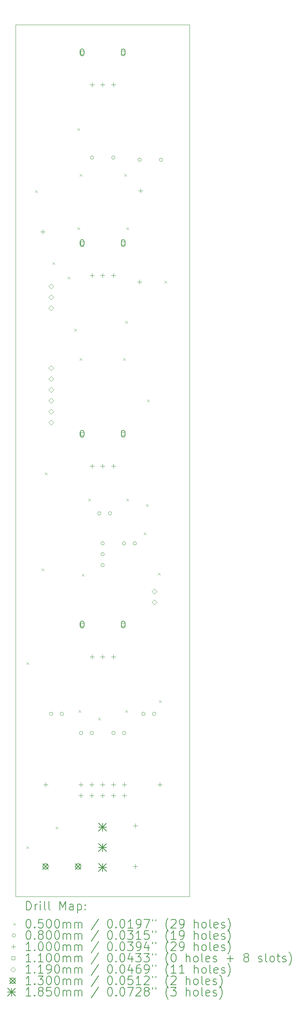
<source format=gbr>
%FSLAX45Y45*%
G04 Gerber Fmt 4.5, Leading zero omitted, Abs format (unit mm)*
G04 Created by KiCad (PCBNEW 6.0.5+dfsg-1~bpo11+1) date 2022-07-21 18:59:06*
%MOMM*%
%LPD*%
G01*
G04 APERTURE LIST*
%TA.AperFunction,Profile*%
%ADD10C,0.100000*%
%TD*%
%ADD11C,0.200000*%
%ADD12C,0.050000*%
%ADD13C,0.080000*%
%ADD14C,0.100000*%
%ADD15C,0.110000*%
%ADD16C,0.119000*%
%ADD17C,0.130000*%
%ADD18C,0.185000*%
G04 APERTURE END LIST*
D10*
X8382000Y-23559500D02*
X12446000Y-23559500D01*
X12446000Y-3239500D02*
X8382000Y-3239500D01*
X12446000Y-23559500D02*
X12446000Y-3239500D01*
X8382000Y-3239500D02*
X8382000Y-23559500D01*
D11*
D12*
X8636400Y-18098900D02*
X8686400Y-18148900D01*
X8686400Y-18098900D02*
X8636400Y-18148900D01*
X8636400Y-22391500D02*
X8686400Y-22441500D01*
X8686400Y-22391500D02*
X8636400Y-22441500D01*
X8839600Y-7100700D02*
X8889600Y-7150700D01*
X8889600Y-7100700D02*
X8839600Y-7150700D01*
X8992000Y-15914500D02*
X9042000Y-15964500D01*
X9042000Y-15914500D02*
X8992000Y-15964500D01*
X9068200Y-13679300D02*
X9118200Y-13729300D01*
X9118200Y-13679300D02*
X9068200Y-13729300D01*
X9246000Y-8777100D02*
X9296000Y-8827100D01*
X9296000Y-8777100D02*
X9246000Y-8827100D01*
X9322200Y-21934300D02*
X9372200Y-21984300D01*
X9372200Y-21934300D02*
X9322200Y-21984300D01*
X9601600Y-9120000D02*
X9651600Y-9170000D01*
X9651600Y-9120000D02*
X9601600Y-9170000D01*
X9754000Y-10326500D02*
X9804000Y-10376500D01*
X9804000Y-10326500D02*
X9754000Y-10376500D01*
X9830200Y-5652900D02*
X9880200Y-5702900D01*
X9880200Y-5652900D02*
X9830200Y-5702900D01*
X9830200Y-7964300D02*
X9880200Y-8014300D01*
X9880200Y-7964300D02*
X9830200Y-8014300D01*
X9855600Y-19216500D02*
X9905600Y-19266500D01*
X9905600Y-19216500D02*
X9855600Y-19266500D01*
X9881000Y-6719700D02*
X9931000Y-6769700D01*
X9931000Y-6719700D02*
X9881000Y-6769700D01*
X9881000Y-11012300D02*
X9931000Y-11062300D01*
X9931000Y-11012300D02*
X9881000Y-11062300D01*
X9931800Y-16041500D02*
X9981800Y-16091500D01*
X9981800Y-16041500D02*
X9931800Y-16091500D01*
X10084952Y-14289652D02*
X10134952Y-14339652D01*
X10134952Y-14289652D02*
X10084952Y-14339652D01*
X10312800Y-19394300D02*
X10362800Y-19444300D01*
X10362800Y-19394300D02*
X10312800Y-19444300D01*
X10897000Y-11012300D02*
X10947000Y-11062300D01*
X10947000Y-11012300D02*
X10897000Y-11062300D01*
X10922400Y-6719700D02*
X10972400Y-6769700D01*
X10972400Y-6719700D02*
X10922400Y-6769700D01*
X10947800Y-10148700D02*
X10997800Y-10198700D01*
X10997800Y-10148700D02*
X10947800Y-10198700D01*
X10947800Y-19216500D02*
X10997800Y-19266500D01*
X10997800Y-19216500D02*
X10947800Y-19266500D01*
X10973200Y-7964300D02*
X11023200Y-8014300D01*
X11023200Y-7964300D02*
X10973200Y-8014300D01*
X10973200Y-14288900D02*
X11023200Y-14338900D01*
X11023200Y-14288900D02*
X10973200Y-14338900D01*
X11379600Y-15076300D02*
X11429600Y-15126300D01*
X11429600Y-15076300D02*
X11379600Y-15126300D01*
X11430400Y-14415900D02*
X11480400Y-14465900D01*
X11480400Y-14415900D02*
X11430400Y-14465900D01*
X11455800Y-11977500D02*
X11505800Y-12027500D01*
X11505800Y-11977500D02*
X11455800Y-12027500D01*
X11709800Y-16016100D02*
X11759800Y-16066100D01*
X11759800Y-16016100D02*
X11709800Y-16066100D01*
X11735200Y-18987900D02*
X11785200Y-19037900D01*
X11785200Y-18987900D02*
X11735200Y-19037900D01*
X11862200Y-9208900D02*
X11912200Y-9258900D01*
X11912200Y-9208900D02*
X11862200Y-9258900D01*
D13*
X9251500Y-19305000D02*
G75*
G03*
X9251500Y-19305000I-40000J0D01*
G01*
X9501500Y-19305000D02*
G75*
G03*
X9501500Y-19305000I-40000J0D01*
G01*
X9950000Y-19749500D02*
G75*
G03*
X9950000Y-19749500I-40000J0D01*
G01*
X10200000Y-19749500D02*
G75*
G03*
X10200000Y-19749500I-40000J0D01*
G01*
X10204000Y-6338300D02*
G75*
G03*
X10204000Y-6338300I-40000J0D01*
G01*
X10375962Y-14631400D02*
G75*
G03*
X10375962Y-14631400I-40000J0D01*
G01*
X10454000Y-15329900D02*
G75*
G03*
X10454000Y-15329900I-40000J0D01*
G01*
X10454000Y-15583900D02*
G75*
G03*
X10454000Y-15583900I-40000J0D01*
G01*
X10454000Y-15837900D02*
G75*
G03*
X10454000Y-15837900I-40000J0D01*
G01*
X10625962Y-14631400D02*
G75*
G03*
X10625962Y-14631400I-40000J0D01*
G01*
X10704000Y-6338300D02*
G75*
G03*
X10704000Y-6338300I-40000J0D01*
G01*
X10708000Y-19749500D02*
G75*
G03*
X10708000Y-19749500I-40000J0D01*
G01*
X10955400Y-15329900D02*
G75*
G03*
X10955400Y-15329900I-40000J0D01*
G01*
X10958000Y-19749500D02*
G75*
G03*
X10958000Y-19749500I-40000J0D01*
G01*
X11205400Y-15329900D02*
G75*
G03*
X11205400Y-15329900I-40000J0D01*
G01*
X11317600Y-6389100D02*
G75*
G03*
X11317600Y-6389100I-40000J0D01*
G01*
X11406500Y-19305000D02*
G75*
G03*
X11406500Y-19305000I-40000J0D01*
G01*
X11656500Y-19305000D02*
G75*
G03*
X11656500Y-19305000I-40000J0D01*
G01*
X11817600Y-6389100D02*
G75*
G03*
X11817600Y-6389100I-40000J0D01*
G01*
D14*
X9017000Y-8015500D02*
X9017000Y-8115500D01*
X8967000Y-8065500D02*
X9067000Y-8065500D01*
X9080500Y-20906000D02*
X9080500Y-21006000D01*
X9030500Y-20956000D02*
X9130500Y-20956000D01*
X9906000Y-20906000D02*
X9906000Y-21006000D01*
X9856000Y-20956000D02*
X9956000Y-20956000D01*
X9906000Y-21160000D02*
X9906000Y-21260000D01*
X9856000Y-21210000D02*
X9956000Y-21210000D01*
X10160000Y-20906000D02*
X10160000Y-21006000D01*
X10110000Y-20956000D02*
X10210000Y-20956000D01*
X10160000Y-21160000D02*
X10160000Y-21260000D01*
X10110000Y-21210000D02*
X10210000Y-21210000D01*
X10164000Y-4586500D02*
X10164000Y-4686500D01*
X10114000Y-4636500D02*
X10214000Y-4636500D01*
X10164000Y-9031500D02*
X10164000Y-9131500D01*
X10114000Y-9081500D02*
X10214000Y-9081500D01*
X10164000Y-13476500D02*
X10164000Y-13576500D01*
X10114000Y-13526500D02*
X10214000Y-13526500D01*
X10164000Y-17921500D02*
X10164000Y-18021500D01*
X10114000Y-17971500D02*
X10214000Y-17971500D01*
X10414000Y-4586500D02*
X10414000Y-4686500D01*
X10364000Y-4636500D02*
X10464000Y-4636500D01*
X10414000Y-9031500D02*
X10414000Y-9131500D01*
X10364000Y-9081500D02*
X10464000Y-9081500D01*
X10414000Y-13476500D02*
X10414000Y-13576500D01*
X10364000Y-13526500D02*
X10464000Y-13526500D01*
X10414000Y-17921500D02*
X10414000Y-18021500D01*
X10364000Y-17971500D02*
X10464000Y-17971500D01*
X10414000Y-20906000D02*
X10414000Y-21006000D01*
X10364000Y-20956000D02*
X10464000Y-20956000D01*
X10414000Y-21160000D02*
X10414000Y-21260000D01*
X10364000Y-21210000D02*
X10464000Y-21210000D01*
X10664000Y-4586500D02*
X10664000Y-4686500D01*
X10614000Y-4636500D02*
X10714000Y-4636500D01*
X10664000Y-9031500D02*
X10664000Y-9131500D01*
X10614000Y-9081500D02*
X10714000Y-9081500D01*
X10664000Y-13476500D02*
X10664000Y-13576500D01*
X10614000Y-13526500D02*
X10714000Y-13526500D01*
X10664000Y-17921500D02*
X10664000Y-18021500D01*
X10614000Y-17971500D02*
X10714000Y-17971500D01*
X10668000Y-20906000D02*
X10668000Y-21006000D01*
X10618000Y-20956000D02*
X10718000Y-20956000D01*
X10668000Y-21160000D02*
X10668000Y-21260000D01*
X10618000Y-21210000D02*
X10718000Y-21210000D01*
X10922000Y-20906000D02*
X10922000Y-21006000D01*
X10872000Y-20956000D02*
X10972000Y-20956000D01*
X10922000Y-21160000D02*
X10922000Y-21260000D01*
X10872000Y-21210000D02*
X10972000Y-21210000D01*
X11176000Y-21858500D02*
X11176000Y-21958500D01*
X11126000Y-21908500D02*
X11226000Y-21908500D01*
X11176000Y-22811000D02*
X11176000Y-22911000D01*
X11126000Y-22861000D02*
X11226000Y-22861000D01*
X11277600Y-9183900D02*
X11277600Y-9283900D01*
X11227600Y-9233900D02*
X11327600Y-9233900D01*
X11303000Y-7063000D02*
X11303000Y-7163000D01*
X11253000Y-7113000D02*
X11353000Y-7113000D01*
X11747500Y-20906000D02*
X11747500Y-21006000D01*
X11697500Y-20956000D02*
X11797500Y-20956000D01*
D15*
X9972891Y-3925391D02*
X9972891Y-3847609D01*
X9895109Y-3847609D01*
X9895109Y-3925391D01*
X9972891Y-3925391D01*
D11*
X9979000Y-3921500D02*
X9979000Y-3851500D01*
X9889000Y-3921500D02*
X9889000Y-3851500D01*
X9979000Y-3851500D02*
G75*
G03*
X9889000Y-3851500I-45000J0D01*
G01*
X9889000Y-3921500D02*
G75*
G03*
X9979000Y-3921500I45000J0D01*
G01*
D15*
X9972891Y-8370391D02*
X9972891Y-8292609D01*
X9895109Y-8292609D01*
X9895109Y-8370391D01*
X9972891Y-8370391D01*
D11*
X9979000Y-8366500D02*
X9979000Y-8296500D01*
X9889000Y-8366500D02*
X9889000Y-8296500D01*
X9979000Y-8296500D02*
G75*
G03*
X9889000Y-8296500I-45000J0D01*
G01*
X9889000Y-8366500D02*
G75*
G03*
X9979000Y-8366500I45000J0D01*
G01*
D15*
X9972891Y-12815391D02*
X9972891Y-12737609D01*
X9895109Y-12737609D01*
X9895109Y-12815391D01*
X9972891Y-12815391D01*
D11*
X9979000Y-12811500D02*
X9979000Y-12741500D01*
X9889000Y-12811500D02*
X9889000Y-12741500D01*
X9979000Y-12741500D02*
G75*
G03*
X9889000Y-12741500I-45000J0D01*
G01*
X9889000Y-12811500D02*
G75*
G03*
X9979000Y-12811500I45000J0D01*
G01*
D15*
X9972891Y-17260391D02*
X9972891Y-17182609D01*
X9895109Y-17182609D01*
X9895109Y-17260391D01*
X9972891Y-17260391D01*
D11*
X9979000Y-17256500D02*
X9979000Y-17186500D01*
X9889000Y-17256500D02*
X9889000Y-17186500D01*
X9979000Y-17186500D02*
G75*
G03*
X9889000Y-17186500I-45000J0D01*
G01*
X9889000Y-17256500D02*
G75*
G03*
X9979000Y-17256500I45000J0D01*
G01*
D15*
X10932891Y-3925391D02*
X10932891Y-3847609D01*
X10855109Y-3847609D01*
X10855109Y-3925391D01*
X10932891Y-3925391D01*
D11*
X10939000Y-3921500D02*
X10939000Y-3851500D01*
X10849000Y-3921500D02*
X10849000Y-3851500D01*
X10939000Y-3851500D02*
G75*
G03*
X10849000Y-3851500I-45000J0D01*
G01*
X10849000Y-3921500D02*
G75*
G03*
X10939000Y-3921500I45000J0D01*
G01*
D15*
X10932891Y-8370391D02*
X10932891Y-8292609D01*
X10855109Y-8292609D01*
X10855109Y-8370391D01*
X10932891Y-8370391D01*
D11*
X10939000Y-8366500D02*
X10939000Y-8296500D01*
X10849000Y-8366500D02*
X10849000Y-8296500D01*
X10939000Y-8296500D02*
G75*
G03*
X10849000Y-8296500I-45000J0D01*
G01*
X10849000Y-8366500D02*
G75*
G03*
X10939000Y-8366500I45000J0D01*
G01*
D15*
X10932891Y-12815391D02*
X10932891Y-12737609D01*
X10855109Y-12737609D01*
X10855109Y-12815391D01*
X10932891Y-12815391D01*
D11*
X10939000Y-12811500D02*
X10939000Y-12741500D01*
X10849000Y-12811500D02*
X10849000Y-12741500D01*
X10939000Y-12741500D02*
G75*
G03*
X10849000Y-12741500I-45000J0D01*
G01*
X10849000Y-12811500D02*
G75*
G03*
X10939000Y-12811500I45000J0D01*
G01*
D15*
X10932891Y-17260391D02*
X10932891Y-17182609D01*
X10855109Y-17182609D01*
X10855109Y-17260391D01*
X10932891Y-17260391D01*
D11*
X10939000Y-17256500D02*
X10939000Y-17186500D01*
X10849000Y-17256500D02*
X10849000Y-17186500D01*
X10939000Y-17186500D02*
G75*
G03*
X10849000Y-17186500I-45000J0D01*
G01*
X10849000Y-17256500D02*
G75*
G03*
X10939000Y-17256500I45000J0D01*
G01*
D16*
X9207500Y-11300000D02*
X9267000Y-11240500D01*
X9207500Y-11181000D01*
X9148000Y-11240500D01*
X9207500Y-11300000D01*
X9207500Y-11554000D02*
X9267000Y-11494500D01*
X9207500Y-11435000D01*
X9148000Y-11494500D01*
X9207500Y-11554000D01*
X9207500Y-11808000D02*
X9267000Y-11748500D01*
X9207500Y-11689000D01*
X9148000Y-11748500D01*
X9207500Y-11808000D01*
X9207500Y-12062000D02*
X9267000Y-12002500D01*
X9207500Y-11943000D01*
X9148000Y-12002500D01*
X9207500Y-12062000D01*
X9207500Y-12316000D02*
X9267000Y-12256500D01*
X9207500Y-12197000D01*
X9148000Y-12256500D01*
X9207500Y-12316000D01*
X9207500Y-12570000D02*
X9267000Y-12510500D01*
X9207500Y-12451000D01*
X9148000Y-12510500D01*
X9207500Y-12570000D01*
X9209500Y-9395000D02*
X9269000Y-9335500D01*
X9209500Y-9276000D01*
X9150000Y-9335500D01*
X9209500Y-9395000D01*
X9209500Y-9649000D02*
X9269000Y-9589500D01*
X9209500Y-9530000D01*
X9150000Y-9589500D01*
X9209500Y-9649000D01*
X9209500Y-9903000D02*
X9269000Y-9843500D01*
X9209500Y-9784000D01*
X9150000Y-9843500D01*
X9209500Y-9903000D01*
X11620500Y-16507000D02*
X11680000Y-16447500D01*
X11620500Y-16388000D01*
X11561000Y-16447500D01*
X11620500Y-16507000D01*
X11620500Y-16761000D02*
X11680000Y-16701500D01*
X11620500Y-16642000D01*
X11561000Y-16701500D01*
X11620500Y-16761000D01*
D17*
X9015500Y-22796000D02*
X9145500Y-22926000D01*
X9145500Y-22796000D02*
X9015500Y-22926000D01*
X9145500Y-22861000D02*
G75*
G03*
X9145500Y-22861000I-65000J0D01*
G01*
X9777500Y-22796000D02*
X9907500Y-22926000D01*
X9907500Y-22796000D02*
X9777500Y-22926000D01*
X9907500Y-22861000D02*
G75*
G03*
X9907500Y-22861000I-65000J0D01*
G01*
D18*
X10321500Y-21854000D02*
X10506500Y-22039000D01*
X10506500Y-21854000D02*
X10321500Y-22039000D01*
X10414000Y-21854000D02*
X10414000Y-22039000D01*
X10321500Y-21946500D02*
X10506500Y-21946500D01*
X10321500Y-22324000D02*
X10506500Y-22509000D01*
X10506500Y-22324000D02*
X10321500Y-22509000D01*
X10414000Y-22324000D02*
X10414000Y-22509000D01*
X10321500Y-22416500D02*
X10506500Y-22416500D01*
X10321500Y-22794000D02*
X10506500Y-22979000D01*
X10506500Y-22794000D02*
X10321500Y-22979000D01*
X10414000Y-22794000D02*
X10414000Y-22979000D01*
X10321500Y-22886500D02*
X10506500Y-22886500D01*
D11*
X8634619Y-23874976D02*
X8634619Y-23674976D01*
X8682238Y-23674976D01*
X8710810Y-23684500D01*
X8729857Y-23703548D01*
X8739381Y-23722595D01*
X8748905Y-23760690D01*
X8748905Y-23789262D01*
X8739381Y-23827357D01*
X8729857Y-23846405D01*
X8710810Y-23865452D01*
X8682238Y-23874976D01*
X8634619Y-23874976D01*
X8834619Y-23874976D02*
X8834619Y-23741643D01*
X8834619Y-23779738D02*
X8844143Y-23760690D01*
X8853667Y-23751167D01*
X8872714Y-23741643D01*
X8891762Y-23741643D01*
X8958429Y-23874976D02*
X8958429Y-23741643D01*
X8958429Y-23674976D02*
X8948905Y-23684500D01*
X8958429Y-23694024D01*
X8967952Y-23684500D01*
X8958429Y-23674976D01*
X8958429Y-23694024D01*
X9082238Y-23874976D02*
X9063190Y-23865452D01*
X9053667Y-23846405D01*
X9053667Y-23674976D01*
X9187000Y-23874976D02*
X9167952Y-23865452D01*
X9158429Y-23846405D01*
X9158429Y-23674976D01*
X9415571Y-23874976D02*
X9415571Y-23674976D01*
X9482238Y-23817833D01*
X9548905Y-23674976D01*
X9548905Y-23874976D01*
X9729857Y-23874976D02*
X9729857Y-23770214D01*
X9720333Y-23751167D01*
X9701286Y-23741643D01*
X9663190Y-23741643D01*
X9644143Y-23751167D01*
X9729857Y-23865452D02*
X9710810Y-23874976D01*
X9663190Y-23874976D01*
X9644143Y-23865452D01*
X9634619Y-23846405D01*
X9634619Y-23827357D01*
X9644143Y-23808309D01*
X9663190Y-23798786D01*
X9710810Y-23798786D01*
X9729857Y-23789262D01*
X9825095Y-23741643D02*
X9825095Y-23941643D01*
X9825095Y-23751167D02*
X9844143Y-23741643D01*
X9882238Y-23741643D01*
X9901286Y-23751167D01*
X9910810Y-23760690D01*
X9920333Y-23779738D01*
X9920333Y-23836881D01*
X9910810Y-23855928D01*
X9901286Y-23865452D01*
X9882238Y-23874976D01*
X9844143Y-23874976D01*
X9825095Y-23865452D01*
X10006048Y-23855928D02*
X10015571Y-23865452D01*
X10006048Y-23874976D01*
X9996524Y-23865452D01*
X10006048Y-23855928D01*
X10006048Y-23874976D01*
X10006048Y-23751167D02*
X10015571Y-23760690D01*
X10006048Y-23770214D01*
X9996524Y-23760690D01*
X10006048Y-23751167D01*
X10006048Y-23770214D01*
D12*
X8327000Y-24179500D02*
X8377000Y-24229500D01*
X8377000Y-24179500D02*
X8327000Y-24229500D01*
D11*
X8672714Y-24094976D02*
X8691762Y-24094976D01*
X8710810Y-24104500D01*
X8720333Y-24114024D01*
X8729857Y-24133071D01*
X8739381Y-24171167D01*
X8739381Y-24218786D01*
X8729857Y-24256881D01*
X8720333Y-24275928D01*
X8710810Y-24285452D01*
X8691762Y-24294976D01*
X8672714Y-24294976D01*
X8653667Y-24285452D01*
X8644143Y-24275928D01*
X8634619Y-24256881D01*
X8625095Y-24218786D01*
X8625095Y-24171167D01*
X8634619Y-24133071D01*
X8644143Y-24114024D01*
X8653667Y-24104500D01*
X8672714Y-24094976D01*
X8825095Y-24275928D02*
X8834619Y-24285452D01*
X8825095Y-24294976D01*
X8815571Y-24285452D01*
X8825095Y-24275928D01*
X8825095Y-24294976D01*
X9015571Y-24094976D02*
X8920333Y-24094976D01*
X8910810Y-24190214D01*
X8920333Y-24180690D01*
X8939381Y-24171167D01*
X8987000Y-24171167D01*
X9006048Y-24180690D01*
X9015571Y-24190214D01*
X9025095Y-24209262D01*
X9025095Y-24256881D01*
X9015571Y-24275928D01*
X9006048Y-24285452D01*
X8987000Y-24294976D01*
X8939381Y-24294976D01*
X8920333Y-24285452D01*
X8910810Y-24275928D01*
X9148905Y-24094976D02*
X9167952Y-24094976D01*
X9187000Y-24104500D01*
X9196524Y-24114024D01*
X9206048Y-24133071D01*
X9215571Y-24171167D01*
X9215571Y-24218786D01*
X9206048Y-24256881D01*
X9196524Y-24275928D01*
X9187000Y-24285452D01*
X9167952Y-24294976D01*
X9148905Y-24294976D01*
X9129857Y-24285452D01*
X9120333Y-24275928D01*
X9110810Y-24256881D01*
X9101286Y-24218786D01*
X9101286Y-24171167D01*
X9110810Y-24133071D01*
X9120333Y-24114024D01*
X9129857Y-24104500D01*
X9148905Y-24094976D01*
X9339381Y-24094976D02*
X9358429Y-24094976D01*
X9377476Y-24104500D01*
X9387000Y-24114024D01*
X9396524Y-24133071D01*
X9406048Y-24171167D01*
X9406048Y-24218786D01*
X9396524Y-24256881D01*
X9387000Y-24275928D01*
X9377476Y-24285452D01*
X9358429Y-24294976D01*
X9339381Y-24294976D01*
X9320333Y-24285452D01*
X9310810Y-24275928D01*
X9301286Y-24256881D01*
X9291762Y-24218786D01*
X9291762Y-24171167D01*
X9301286Y-24133071D01*
X9310810Y-24114024D01*
X9320333Y-24104500D01*
X9339381Y-24094976D01*
X9491762Y-24294976D02*
X9491762Y-24161643D01*
X9491762Y-24180690D02*
X9501286Y-24171167D01*
X9520333Y-24161643D01*
X9548905Y-24161643D01*
X9567952Y-24171167D01*
X9577476Y-24190214D01*
X9577476Y-24294976D01*
X9577476Y-24190214D02*
X9587000Y-24171167D01*
X9606048Y-24161643D01*
X9634619Y-24161643D01*
X9653667Y-24171167D01*
X9663190Y-24190214D01*
X9663190Y-24294976D01*
X9758429Y-24294976D02*
X9758429Y-24161643D01*
X9758429Y-24180690D02*
X9767952Y-24171167D01*
X9787000Y-24161643D01*
X9815571Y-24161643D01*
X9834619Y-24171167D01*
X9844143Y-24190214D01*
X9844143Y-24294976D01*
X9844143Y-24190214D02*
X9853667Y-24171167D01*
X9872714Y-24161643D01*
X9901286Y-24161643D01*
X9920333Y-24171167D01*
X9929857Y-24190214D01*
X9929857Y-24294976D01*
X10320333Y-24085452D02*
X10148905Y-24342595D01*
X10577476Y-24094976D02*
X10596524Y-24094976D01*
X10615571Y-24104500D01*
X10625095Y-24114024D01*
X10634619Y-24133071D01*
X10644143Y-24171167D01*
X10644143Y-24218786D01*
X10634619Y-24256881D01*
X10625095Y-24275928D01*
X10615571Y-24285452D01*
X10596524Y-24294976D01*
X10577476Y-24294976D01*
X10558429Y-24285452D01*
X10548905Y-24275928D01*
X10539381Y-24256881D01*
X10529857Y-24218786D01*
X10529857Y-24171167D01*
X10539381Y-24133071D01*
X10548905Y-24114024D01*
X10558429Y-24104500D01*
X10577476Y-24094976D01*
X10729857Y-24275928D02*
X10739381Y-24285452D01*
X10729857Y-24294976D01*
X10720333Y-24285452D01*
X10729857Y-24275928D01*
X10729857Y-24294976D01*
X10863190Y-24094976D02*
X10882238Y-24094976D01*
X10901286Y-24104500D01*
X10910810Y-24114024D01*
X10920333Y-24133071D01*
X10929857Y-24171167D01*
X10929857Y-24218786D01*
X10920333Y-24256881D01*
X10910810Y-24275928D01*
X10901286Y-24285452D01*
X10882238Y-24294976D01*
X10863190Y-24294976D01*
X10844143Y-24285452D01*
X10834619Y-24275928D01*
X10825095Y-24256881D01*
X10815571Y-24218786D01*
X10815571Y-24171167D01*
X10825095Y-24133071D01*
X10834619Y-24114024D01*
X10844143Y-24104500D01*
X10863190Y-24094976D01*
X11120333Y-24294976D02*
X11006048Y-24294976D01*
X11063190Y-24294976D02*
X11063190Y-24094976D01*
X11044143Y-24123548D01*
X11025095Y-24142595D01*
X11006048Y-24152119D01*
X11215571Y-24294976D02*
X11253667Y-24294976D01*
X11272714Y-24285452D01*
X11282238Y-24275928D01*
X11301286Y-24247357D01*
X11310809Y-24209262D01*
X11310809Y-24133071D01*
X11301286Y-24114024D01*
X11291762Y-24104500D01*
X11272714Y-24094976D01*
X11234619Y-24094976D01*
X11215571Y-24104500D01*
X11206048Y-24114024D01*
X11196524Y-24133071D01*
X11196524Y-24180690D01*
X11206048Y-24199738D01*
X11215571Y-24209262D01*
X11234619Y-24218786D01*
X11272714Y-24218786D01*
X11291762Y-24209262D01*
X11301286Y-24199738D01*
X11310809Y-24180690D01*
X11377476Y-24094976D02*
X11510809Y-24094976D01*
X11425095Y-24294976D01*
X11577476Y-24094976D02*
X11577476Y-24133071D01*
X11653667Y-24094976D02*
X11653667Y-24133071D01*
X11948905Y-24371167D02*
X11939381Y-24361643D01*
X11920333Y-24333071D01*
X11910809Y-24314024D01*
X11901286Y-24285452D01*
X11891762Y-24237833D01*
X11891762Y-24199738D01*
X11901286Y-24152119D01*
X11910809Y-24123548D01*
X11920333Y-24104500D01*
X11939381Y-24075928D01*
X11948905Y-24066405D01*
X12015571Y-24114024D02*
X12025095Y-24104500D01*
X12044143Y-24094976D01*
X12091762Y-24094976D01*
X12110809Y-24104500D01*
X12120333Y-24114024D01*
X12129857Y-24133071D01*
X12129857Y-24152119D01*
X12120333Y-24180690D01*
X12006048Y-24294976D01*
X12129857Y-24294976D01*
X12225095Y-24294976D02*
X12263190Y-24294976D01*
X12282238Y-24285452D01*
X12291762Y-24275928D01*
X12310809Y-24247357D01*
X12320333Y-24209262D01*
X12320333Y-24133071D01*
X12310809Y-24114024D01*
X12301286Y-24104500D01*
X12282238Y-24094976D01*
X12244143Y-24094976D01*
X12225095Y-24104500D01*
X12215571Y-24114024D01*
X12206048Y-24133071D01*
X12206048Y-24180690D01*
X12215571Y-24199738D01*
X12225095Y-24209262D01*
X12244143Y-24218786D01*
X12282238Y-24218786D01*
X12301286Y-24209262D01*
X12310809Y-24199738D01*
X12320333Y-24180690D01*
X12558428Y-24294976D02*
X12558428Y-24094976D01*
X12644143Y-24294976D02*
X12644143Y-24190214D01*
X12634619Y-24171167D01*
X12615571Y-24161643D01*
X12587000Y-24161643D01*
X12567952Y-24171167D01*
X12558428Y-24180690D01*
X12767952Y-24294976D02*
X12748905Y-24285452D01*
X12739381Y-24275928D01*
X12729857Y-24256881D01*
X12729857Y-24199738D01*
X12739381Y-24180690D01*
X12748905Y-24171167D01*
X12767952Y-24161643D01*
X12796524Y-24161643D01*
X12815571Y-24171167D01*
X12825095Y-24180690D01*
X12834619Y-24199738D01*
X12834619Y-24256881D01*
X12825095Y-24275928D01*
X12815571Y-24285452D01*
X12796524Y-24294976D01*
X12767952Y-24294976D01*
X12948905Y-24294976D02*
X12929857Y-24285452D01*
X12920333Y-24266405D01*
X12920333Y-24094976D01*
X13101286Y-24285452D02*
X13082238Y-24294976D01*
X13044143Y-24294976D01*
X13025095Y-24285452D01*
X13015571Y-24266405D01*
X13015571Y-24190214D01*
X13025095Y-24171167D01*
X13044143Y-24161643D01*
X13082238Y-24161643D01*
X13101286Y-24171167D01*
X13110809Y-24190214D01*
X13110809Y-24209262D01*
X13015571Y-24228309D01*
X13187000Y-24285452D02*
X13206048Y-24294976D01*
X13244143Y-24294976D01*
X13263190Y-24285452D01*
X13272714Y-24266405D01*
X13272714Y-24256881D01*
X13263190Y-24237833D01*
X13244143Y-24228309D01*
X13215571Y-24228309D01*
X13196524Y-24218786D01*
X13187000Y-24199738D01*
X13187000Y-24190214D01*
X13196524Y-24171167D01*
X13215571Y-24161643D01*
X13244143Y-24161643D01*
X13263190Y-24171167D01*
X13339381Y-24371167D02*
X13348905Y-24361643D01*
X13367952Y-24333071D01*
X13377476Y-24314024D01*
X13387000Y-24285452D01*
X13396524Y-24237833D01*
X13396524Y-24199738D01*
X13387000Y-24152119D01*
X13377476Y-24123548D01*
X13367952Y-24104500D01*
X13348905Y-24075928D01*
X13339381Y-24066405D01*
D13*
X8377000Y-24468500D02*
G75*
G03*
X8377000Y-24468500I-40000J0D01*
G01*
D11*
X8672714Y-24358976D02*
X8691762Y-24358976D01*
X8710810Y-24368500D01*
X8720333Y-24378024D01*
X8729857Y-24397071D01*
X8739381Y-24435167D01*
X8739381Y-24482786D01*
X8729857Y-24520881D01*
X8720333Y-24539928D01*
X8710810Y-24549452D01*
X8691762Y-24558976D01*
X8672714Y-24558976D01*
X8653667Y-24549452D01*
X8644143Y-24539928D01*
X8634619Y-24520881D01*
X8625095Y-24482786D01*
X8625095Y-24435167D01*
X8634619Y-24397071D01*
X8644143Y-24378024D01*
X8653667Y-24368500D01*
X8672714Y-24358976D01*
X8825095Y-24539928D02*
X8834619Y-24549452D01*
X8825095Y-24558976D01*
X8815571Y-24549452D01*
X8825095Y-24539928D01*
X8825095Y-24558976D01*
X8948905Y-24444690D02*
X8929857Y-24435167D01*
X8920333Y-24425643D01*
X8910810Y-24406595D01*
X8910810Y-24397071D01*
X8920333Y-24378024D01*
X8929857Y-24368500D01*
X8948905Y-24358976D01*
X8987000Y-24358976D01*
X9006048Y-24368500D01*
X9015571Y-24378024D01*
X9025095Y-24397071D01*
X9025095Y-24406595D01*
X9015571Y-24425643D01*
X9006048Y-24435167D01*
X8987000Y-24444690D01*
X8948905Y-24444690D01*
X8929857Y-24454214D01*
X8920333Y-24463738D01*
X8910810Y-24482786D01*
X8910810Y-24520881D01*
X8920333Y-24539928D01*
X8929857Y-24549452D01*
X8948905Y-24558976D01*
X8987000Y-24558976D01*
X9006048Y-24549452D01*
X9015571Y-24539928D01*
X9025095Y-24520881D01*
X9025095Y-24482786D01*
X9015571Y-24463738D01*
X9006048Y-24454214D01*
X8987000Y-24444690D01*
X9148905Y-24358976D02*
X9167952Y-24358976D01*
X9187000Y-24368500D01*
X9196524Y-24378024D01*
X9206048Y-24397071D01*
X9215571Y-24435167D01*
X9215571Y-24482786D01*
X9206048Y-24520881D01*
X9196524Y-24539928D01*
X9187000Y-24549452D01*
X9167952Y-24558976D01*
X9148905Y-24558976D01*
X9129857Y-24549452D01*
X9120333Y-24539928D01*
X9110810Y-24520881D01*
X9101286Y-24482786D01*
X9101286Y-24435167D01*
X9110810Y-24397071D01*
X9120333Y-24378024D01*
X9129857Y-24368500D01*
X9148905Y-24358976D01*
X9339381Y-24358976D02*
X9358429Y-24358976D01*
X9377476Y-24368500D01*
X9387000Y-24378024D01*
X9396524Y-24397071D01*
X9406048Y-24435167D01*
X9406048Y-24482786D01*
X9396524Y-24520881D01*
X9387000Y-24539928D01*
X9377476Y-24549452D01*
X9358429Y-24558976D01*
X9339381Y-24558976D01*
X9320333Y-24549452D01*
X9310810Y-24539928D01*
X9301286Y-24520881D01*
X9291762Y-24482786D01*
X9291762Y-24435167D01*
X9301286Y-24397071D01*
X9310810Y-24378024D01*
X9320333Y-24368500D01*
X9339381Y-24358976D01*
X9491762Y-24558976D02*
X9491762Y-24425643D01*
X9491762Y-24444690D02*
X9501286Y-24435167D01*
X9520333Y-24425643D01*
X9548905Y-24425643D01*
X9567952Y-24435167D01*
X9577476Y-24454214D01*
X9577476Y-24558976D01*
X9577476Y-24454214D02*
X9587000Y-24435167D01*
X9606048Y-24425643D01*
X9634619Y-24425643D01*
X9653667Y-24435167D01*
X9663190Y-24454214D01*
X9663190Y-24558976D01*
X9758429Y-24558976D02*
X9758429Y-24425643D01*
X9758429Y-24444690D02*
X9767952Y-24435167D01*
X9787000Y-24425643D01*
X9815571Y-24425643D01*
X9834619Y-24435167D01*
X9844143Y-24454214D01*
X9844143Y-24558976D01*
X9844143Y-24454214D02*
X9853667Y-24435167D01*
X9872714Y-24425643D01*
X9901286Y-24425643D01*
X9920333Y-24435167D01*
X9929857Y-24454214D01*
X9929857Y-24558976D01*
X10320333Y-24349452D02*
X10148905Y-24606595D01*
X10577476Y-24358976D02*
X10596524Y-24358976D01*
X10615571Y-24368500D01*
X10625095Y-24378024D01*
X10634619Y-24397071D01*
X10644143Y-24435167D01*
X10644143Y-24482786D01*
X10634619Y-24520881D01*
X10625095Y-24539928D01*
X10615571Y-24549452D01*
X10596524Y-24558976D01*
X10577476Y-24558976D01*
X10558429Y-24549452D01*
X10548905Y-24539928D01*
X10539381Y-24520881D01*
X10529857Y-24482786D01*
X10529857Y-24435167D01*
X10539381Y-24397071D01*
X10548905Y-24378024D01*
X10558429Y-24368500D01*
X10577476Y-24358976D01*
X10729857Y-24539928D02*
X10739381Y-24549452D01*
X10729857Y-24558976D01*
X10720333Y-24549452D01*
X10729857Y-24539928D01*
X10729857Y-24558976D01*
X10863190Y-24358976D02*
X10882238Y-24358976D01*
X10901286Y-24368500D01*
X10910810Y-24378024D01*
X10920333Y-24397071D01*
X10929857Y-24435167D01*
X10929857Y-24482786D01*
X10920333Y-24520881D01*
X10910810Y-24539928D01*
X10901286Y-24549452D01*
X10882238Y-24558976D01*
X10863190Y-24558976D01*
X10844143Y-24549452D01*
X10834619Y-24539928D01*
X10825095Y-24520881D01*
X10815571Y-24482786D01*
X10815571Y-24435167D01*
X10825095Y-24397071D01*
X10834619Y-24378024D01*
X10844143Y-24368500D01*
X10863190Y-24358976D01*
X10996524Y-24358976D02*
X11120333Y-24358976D01*
X11053667Y-24435167D01*
X11082238Y-24435167D01*
X11101286Y-24444690D01*
X11110810Y-24454214D01*
X11120333Y-24473262D01*
X11120333Y-24520881D01*
X11110810Y-24539928D01*
X11101286Y-24549452D01*
X11082238Y-24558976D01*
X11025095Y-24558976D01*
X11006048Y-24549452D01*
X10996524Y-24539928D01*
X11310809Y-24558976D02*
X11196524Y-24558976D01*
X11253667Y-24558976D02*
X11253667Y-24358976D01*
X11234619Y-24387548D01*
X11215571Y-24406595D01*
X11196524Y-24416119D01*
X11491762Y-24358976D02*
X11396524Y-24358976D01*
X11387000Y-24454214D01*
X11396524Y-24444690D01*
X11415571Y-24435167D01*
X11463190Y-24435167D01*
X11482238Y-24444690D01*
X11491762Y-24454214D01*
X11501286Y-24473262D01*
X11501286Y-24520881D01*
X11491762Y-24539928D01*
X11482238Y-24549452D01*
X11463190Y-24558976D01*
X11415571Y-24558976D01*
X11396524Y-24549452D01*
X11387000Y-24539928D01*
X11577476Y-24358976D02*
X11577476Y-24397071D01*
X11653667Y-24358976D02*
X11653667Y-24397071D01*
X11948905Y-24635167D02*
X11939381Y-24625643D01*
X11920333Y-24597071D01*
X11910809Y-24578024D01*
X11901286Y-24549452D01*
X11891762Y-24501833D01*
X11891762Y-24463738D01*
X11901286Y-24416119D01*
X11910809Y-24387548D01*
X11920333Y-24368500D01*
X11939381Y-24339928D01*
X11948905Y-24330405D01*
X12129857Y-24558976D02*
X12015571Y-24558976D01*
X12072714Y-24558976D02*
X12072714Y-24358976D01*
X12053667Y-24387548D01*
X12034619Y-24406595D01*
X12015571Y-24416119D01*
X12225095Y-24558976D02*
X12263190Y-24558976D01*
X12282238Y-24549452D01*
X12291762Y-24539928D01*
X12310809Y-24511357D01*
X12320333Y-24473262D01*
X12320333Y-24397071D01*
X12310809Y-24378024D01*
X12301286Y-24368500D01*
X12282238Y-24358976D01*
X12244143Y-24358976D01*
X12225095Y-24368500D01*
X12215571Y-24378024D01*
X12206048Y-24397071D01*
X12206048Y-24444690D01*
X12215571Y-24463738D01*
X12225095Y-24473262D01*
X12244143Y-24482786D01*
X12282238Y-24482786D01*
X12301286Y-24473262D01*
X12310809Y-24463738D01*
X12320333Y-24444690D01*
X12558428Y-24558976D02*
X12558428Y-24358976D01*
X12644143Y-24558976D02*
X12644143Y-24454214D01*
X12634619Y-24435167D01*
X12615571Y-24425643D01*
X12587000Y-24425643D01*
X12567952Y-24435167D01*
X12558428Y-24444690D01*
X12767952Y-24558976D02*
X12748905Y-24549452D01*
X12739381Y-24539928D01*
X12729857Y-24520881D01*
X12729857Y-24463738D01*
X12739381Y-24444690D01*
X12748905Y-24435167D01*
X12767952Y-24425643D01*
X12796524Y-24425643D01*
X12815571Y-24435167D01*
X12825095Y-24444690D01*
X12834619Y-24463738D01*
X12834619Y-24520881D01*
X12825095Y-24539928D01*
X12815571Y-24549452D01*
X12796524Y-24558976D01*
X12767952Y-24558976D01*
X12948905Y-24558976D02*
X12929857Y-24549452D01*
X12920333Y-24530405D01*
X12920333Y-24358976D01*
X13101286Y-24549452D02*
X13082238Y-24558976D01*
X13044143Y-24558976D01*
X13025095Y-24549452D01*
X13015571Y-24530405D01*
X13015571Y-24454214D01*
X13025095Y-24435167D01*
X13044143Y-24425643D01*
X13082238Y-24425643D01*
X13101286Y-24435167D01*
X13110809Y-24454214D01*
X13110809Y-24473262D01*
X13015571Y-24492309D01*
X13187000Y-24549452D02*
X13206048Y-24558976D01*
X13244143Y-24558976D01*
X13263190Y-24549452D01*
X13272714Y-24530405D01*
X13272714Y-24520881D01*
X13263190Y-24501833D01*
X13244143Y-24492309D01*
X13215571Y-24492309D01*
X13196524Y-24482786D01*
X13187000Y-24463738D01*
X13187000Y-24454214D01*
X13196524Y-24435167D01*
X13215571Y-24425643D01*
X13244143Y-24425643D01*
X13263190Y-24435167D01*
X13339381Y-24635167D02*
X13348905Y-24625643D01*
X13367952Y-24597071D01*
X13377476Y-24578024D01*
X13387000Y-24549452D01*
X13396524Y-24501833D01*
X13396524Y-24463738D01*
X13387000Y-24416119D01*
X13377476Y-24387548D01*
X13367952Y-24368500D01*
X13348905Y-24339928D01*
X13339381Y-24330405D01*
D14*
X8327000Y-24682500D02*
X8327000Y-24782500D01*
X8277000Y-24732500D02*
X8377000Y-24732500D01*
D11*
X8739381Y-24822976D02*
X8625095Y-24822976D01*
X8682238Y-24822976D02*
X8682238Y-24622976D01*
X8663190Y-24651548D01*
X8644143Y-24670595D01*
X8625095Y-24680119D01*
X8825095Y-24803928D02*
X8834619Y-24813452D01*
X8825095Y-24822976D01*
X8815571Y-24813452D01*
X8825095Y-24803928D01*
X8825095Y-24822976D01*
X8958429Y-24622976D02*
X8977476Y-24622976D01*
X8996524Y-24632500D01*
X9006048Y-24642024D01*
X9015571Y-24661071D01*
X9025095Y-24699167D01*
X9025095Y-24746786D01*
X9015571Y-24784881D01*
X9006048Y-24803928D01*
X8996524Y-24813452D01*
X8977476Y-24822976D01*
X8958429Y-24822976D01*
X8939381Y-24813452D01*
X8929857Y-24803928D01*
X8920333Y-24784881D01*
X8910810Y-24746786D01*
X8910810Y-24699167D01*
X8920333Y-24661071D01*
X8929857Y-24642024D01*
X8939381Y-24632500D01*
X8958429Y-24622976D01*
X9148905Y-24622976D02*
X9167952Y-24622976D01*
X9187000Y-24632500D01*
X9196524Y-24642024D01*
X9206048Y-24661071D01*
X9215571Y-24699167D01*
X9215571Y-24746786D01*
X9206048Y-24784881D01*
X9196524Y-24803928D01*
X9187000Y-24813452D01*
X9167952Y-24822976D01*
X9148905Y-24822976D01*
X9129857Y-24813452D01*
X9120333Y-24803928D01*
X9110810Y-24784881D01*
X9101286Y-24746786D01*
X9101286Y-24699167D01*
X9110810Y-24661071D01*
X9120333Y-24642024D01*
X9129857Y-24632500D01*
X9148905Y-24622976D01*
X9339381Y-24622976D02*
X9358429Y-24622976D01*
X9377476Y-24632500D01*
X9387000Y-24642024D01*
X9396524Y-24661071D01*
X9406048Y-24699167D01*
X9406048Y-24746786D01*
X9396524Y-24784881D01*
X9387000Y-24803928D01*
X9377476Y-24813452D01*
X9358429Y-24822976D01*
X9339381Y-24822976D01*
X9320333Y-24813452D01*
X9310810Y-24803928D01*
X9301286Y-24784881D01*
X9291762Y-24746786D01*
X9291762Y-24699167D01*
X9301286Y-24661071D01*
X9310810Y-24642024D01*
X9320333Y-24632500D01*
X9339381Y-24622976D01*
X9491762Y-24822976D02*
X9491762Y-24689643D01*
X9491762Y-24708690D02*
X9501286Y-24699167D01*
X9520333Y-24689643D01*
X9548905Y-24689643D01*
X9567952Y-24699167D01*
X9577476Y-24718214D01*
X9577476Y-24822976D01*
X9577476Y-24718214D02*
X9587000Y-24699167D01*
X9606048Y-24689643D01*
X9634619Y-24689643D01*
X9653667Y-24699167D01*
X9663190Y-24718214D01*
X9663190Y-24822976D01*
X9758429Y-24822976D02*
X9758429Y-24689643D01*
X9758429Y-24708690D02*
X9767952Y-24699167D01*
X9787000Y-24689643D01*
X9815571Y-24689643D01*
X9834619Y-24699167D01*
X9844143Y-24718214D01*
X9844143Y-24822976D01*
X9844143Y-24718214D02*
X9853667Y-24699167D01*
X9872714Y-24689643D01*
X9901286Y-24689643D01*
X9920333Y-24699167D01*
X9929857Y-24718214D01*
X9929857Y-24822976D01*
X10320333Y-24613452D02*
X10148905Y-24870595D01*
X10577476Y-24622976D02*
X10596524Y-24622976D01*
X10615571Y-24632500D01*
X10625095Y-24642024D01*
X10634619Y-24661071D01*
X10644143Y-24699167D01*
X10644143Y-24746786D01*
X10634619Y-24784881D01*
X10625095Y-24803928D01*
X10615571Y-24813452D01*
X10596524Y-24822976D01*
X10577476Y-24822976D01*
X10558429Y-24813452D01*
X10548905Y-24803928D01*
X10539381Y-24784881D01*
X10529857Y-24746786D01*
X10529857Y-24699167D01*
X10539381Y-24661071D01*
X10548905Y-24642024D01*
X10558429Y-24632500D01*
X10577476Y-24622976D01*
X10729857Y-24803928D02*
X10739381Y-24813452D01*
X10729857Y-24822976D01*
X10720333Y-24813452D01*
X10729857Y-24803928D01*
X10729857Y-24822976D01*
X10863190Y-24622976D02*
X10882238Y-24622976D01*
X10901286Y-24632500D01*
X10910810Y-24642024D01*
X10920333Y-24661071D01*
X10929857Y-24699167D01*
X10929857Y-24746786D01*
X10920333Y-24784881D01*
X10910810Y-24803928D01*
X10901286Y-24813452D01*
X10882238Y-24822976D01*
X10863190Y-24822976D01*
X10844143Y-24813452D01*
X10834619Y-24803928D01*
X10825095Y-24784881D01*
X10815571Y-24746786D01*
X10815571Y-24699167D01*
X10825095Y-24661071D01*
X10834619Y-24642024D01*
X10844143Y-24632500D01*
X10863190Y-24622976D01*
X10996524Y-24622976D02*
X11120333Y-24622976D01*
X11053667Y-24699167D01*
X11082238Y-24699167D01*
X11101286Y-24708690D01*
X11110810Y-24718214D01*
X11120333Y-24737262D01*
X11120333Y-24784881D01*
X11110810Y-24803928D01*
X11101286Y-24813452D01*
X11082238Y-24822976D01*
X11025095Y-24822976D01*
X11006048Y-24813452D01*
X10996524Y-24803928D01*
X11215571Y-24822976D02*
X11253667Y-24822976D01*
X11272714Y-24813452D01*
X11282238Y-24803928D01*
X11301286Y-24775357D01*
X11310809Y-24737262D01*
X11310809Y-24661071D01*
X11301286Y-24642024D01*
X11291762Y-24632500D01*
X11272714Y-24622976D01*
X11234619Y-24622976D01*
X11215571Y-24632500D01*
X11206048Y-24642024D01*
X11196524Y-24661071D01*
X11196524Y-24708690D01*
X11206048Y-24727738D01*
X11215571Y-24737262D01*
X11234619Y-24746786D01*
X11272714Y-24746786D01*
X11291762Y-24737262D01*
X11301286Y-24727738D01*
X11310809Y-24708690D01*
X11482238Y-24689643D02*
X11482238Y-24822976D01*
X11434619Y-24613452D02*
X11387000Y-24756309D01*
X11510809Y-24756309D01*
X11577476Y-24622976D02*
X11577476Y-24661071D01*
X11653667Y-24622976D02*
X11653667Y-24661071D01*
X11948905Y-24899167D02*
X11939381Y-24889643D01*
X11920333Y-24861071D01*
X11910809Y-24842024D01*
X11901286Y-24813452D01*
X11891762Y-24765833D01*
X11891762Y-24727738D01*
X11901286Y-24680119D01*
X11910809Y-24651548D01*
X11920333Y-24632500D01*
X11939381Y-24603928D01*
X11948905Y-24594405D01*
X12015571Y-24642024D02*
X12025095Y-24632500D01*
X12044143Y-24622976D01*
X12091762Y-24622976D01*
X12110809Y-24632500D01*
X12120333Y-24642024D01*
X12129857Y-24661071D01*
X12129857Y-24680119D01*
X12120333Y-24708690D01*
X12006048Y-24822976D01*
X12129857Y-24822976D01*
X12225095Y-24822976D02*
X12263190Y-24822976D01*
X12282238Y-24813452D01*
X12291762Y-24803928D01*
X12310809Y-24775357D01*
X12320333Y-24737262D01*
X12320333Y-24661071D01*
X12310809Y-24642024D01*
X12301286Y-24632500D01*
X12282238Y-24622976D01*
X12244143Y-24622976D01*
X12225095Y-24632500D01*
X12215571Y-24642024D01*
X12206048Y-24661071D01*
X12206048Y-24708690D01*
X12215571Y-24727738D01*
X12225095Y-24737262D01*
X12244143Y-24746786D01*
X12282238Y-24746786D01*
X12301286Y-24737262D01*
X12310809Y-24727738D01*
X12320333Y-24708690D01*
X12558428Y-24822976D02*
X12558428Y-24622976D01*
X12644143Y-24822976D02*
X12644143Y-24718214D01*
X12634619Y-24699167D01*
X12615571Y-24689643D01*
X12587000Y-24689643D01*
X12567952Y-24699167D01*
X12558428Y-24708690D01*
X12767952Y-24822976D02*
X12748905Y-24813452D01*
X12739381Y-24803928D01*
X12729857Y-24784881D01*
X12729857Y-24727738D01*
X12739381Y-24708690D01*
X12748905Y-24699167D01*
X12767952Y-24689643D01*
X12796524Y-24689643D01*
X12815571Y-24699167D01*
X12825095Y-24708690D01*
X12834619Y-24727738D01*
X12834619Y-24784881D01*
X12825095Y-24803928D01*
X12815571Y-24813452D01*
X12796524Y-24822976D01*
X12767952Y-24822976D01*
X12948905Y-24822976D02*
X12929857Y-24813452D01*
X12920333Y-24794405D01*
X12920333Y-24622976D01*
X13101286Y-24813452D02*
X13082238Y-24822976D01*
X13044143Y-24822976D01*
X13025095Y-24813452D01*
X13015571Y-24794405D01*
X13015571Y-24718214D01*
X13025095Y-24699167D01*
X13044143Y-24689643D01*
X13082238Y-24689643D01*
X13101286Y-24699167D01*
X13110809Y-24718214D01*
X13110809Y-24737262D01*
X13015571Y-24756309D01*
X13187000Y-24813452D02*
X13206048Y-24822976D01*
X13244143Y-24822976D01*
X13263190Y-24813452D01*
X13272714Y-24794405D01*
X13272714Y-24784881D01*
X13263190Y-24765833D01*
X13244143Y-24756309D01*
X13215571Y-24756309D01*
X13196524Y-24746786D01*
X13187000Y-24727738D01*
X13187000Y-24718214D01*
X13196524Y-24699167D01*
X13215571Y-24689643D01*
X13244143Y-24689643D01*
X13263190Y-24699167D01*
X13339381Y-24899167D02*
X13348905Y-24889643D01*
X13367952Y-24861071D01*
X13377476Y-24842024D01*
X13387000Y-24813452D01*
X13396524Y-24765833D01*
X13396524Y-24727738D01*
X13387000Y-24680119D01*
X13377476Y-24651548D01*
X13367952Y-24632500D01*
X13348905Y-24603928D01*
X13339381Y-24594405D01*
D15*
X8360891Y-25035391D02*
X8360891Y-24957609D01*
X8283109Y-24957609D01*
X8283109Y-25035391D01*
X8360891Y-25035391D01*
D11*
X8739381Y-25086976D02*
X8625095Y-25086976D01*
X8682238Y-25086976D02*
X8682238Y-24886976D01*
X8663190Y-24915548D01*
X8644143Y-24934595D01*
X8625095Y-24944119D01*
X8825095Y-25067928D02*
X8834619Y-25077452D01*
X8825095Y-25086976D01*
X8815571Y-25077452D01*
X8825095Y-25067928D01*
X8825095Y-25086976D01*
X9025095Y-25086976D02*
X8910810Y-25086976D01*
X8967952Y-25086976D02*
X8967952Y-24886976D01*
X8948905Y-24915548D01*
X8929857Y-24934595D01*
X8910810Y-24944119D01*
X9148905Y-24886976D02*
X9167952Y-24886976D01*
X9187000Y-24896500D01*
X9196524Y-24906024D01*
X9206048Y-24925071D01*
X9215571Y-24963167D01*
X9215571Y-25010786D01*
X9206048Y-25048881D01*
X9196524Y-25067928D01*
X9187000Y-25077452D01*
X9167952Y-25086976D01*
X9148905Y-25086976D01*
X9129857Y-25077452D01*
X9120333Y-25067928D01*
X9110810Y-25048881D01*
X9101286Y-25010786D01*
X9101286Y-24963167D01*
X9110810Y-24925071D01*
X9120333Y-24906024D01*
X9129857Y-24896500D01*
X9148905Y-24886976D01*
X9339381Y-24886976D02*
X9358429Y-24886976D01*
X9377476Y-24896500D01*
X9387000Y-24906024D01*
X9396524Y-24925071D01*
X9406048Y-24963167D01*
X9406048Y-25010786D01*
X9396524Y-25048881D01*
X9387000Y-25067928D01*
X9377476Y-25077452D01*
X9358429Y-25086976D01*
X9339381Y-25086976D01*
X9320333Y-25077452D01*
X9310810Y-25067928D01*
X9301286Y-25048881D01*
X9291762Y-25010786D01*
X9291762Y-24963167D01*
X9301286Y-24925071D01*
X9310810Y-24906024D01*
X9320333Y-24896500D01*
X9339381Y-24886976D01*
X9491762Y-25086976D02*
X9491762Y-24953643D01*
X9491762Y-24972690D02*
X9501286Y-24963167D01*
X9520333Y-24953643D01*
X9548905Y-24953643D01*
X9567952Y-24963167D01*
X9577476Y-24982214D01*
X9577476Y-25086976D01*
X9577476Y-24982214D02*
X9587000Y-24963167D01*
X9606048Y-24953643D01*
X9634619Y-24953643D01*
X9653667Y-24963167D01*
X9663190Y-24982214D01*
X9663190Y-25086976D01*
X9758429Y-25086976D02*
X9758429Y-24953643D01*
X9758429Y-24972690D02*
X9767952Y-24963167D01*
X9787000Y-24953643D01*
X9815571Y-24953643D01*
X9834619Y-24963167D01*
X9844143Y-24982214D01*
X9844143Y-25086976D01*
X9844143Y-24982214D02*
X9853667Y-24963167D01*
X9872714Y-24953643D01*
X9901286Y-24953643D01*
X9920333Y-24963167D01*
X9929857Y-24982214D01*
X9929857Y-25086976D01*
X10320333Y-24877452D02*
X10148905Y-25134595D01*
X10577476Y-24886976D02*
X10596524Y-24886976D01*
X10615571Y-24896500D01*
X10625095Y-24906024D01*
X10634619Y-24925071D01*
X10644143Y-24963167D01*
X10644143Y-25010786D01*
X10634619Y-25048881D01*
X10625095Y-25067928D01*
X10615571Y-25077452D01*
X10596524Y-25086976D01*
X10577476Y-25086976D01*
X10558429Y-25077452D01*
X10548905Y-25067928D01*
X10539381Y-25048881D01*
X10529857Y-25010786D01*
X10529857Y-24963167D01*
X10539381Y-24925071D01*
X10548905Y-24906024D01*
X10558429Y-24896500D01*
X10577476Y-24886976D01*
X10729857Y-25067928D02*
X10739381Y-25077452D01*
X10729857Y-25086976D01*
X10720333Y-25077452D01*
X10729857Y-25067928D01*
X10729857Y-25086976D01*
X10863190Y-24886976D02*
X10882238Y-24886976D01*
X10901286Y-24896500D01*
X10910810Y-24906024D01*
X10920333Y-24925071D01*
X10929857Y-24963167D01*
X10929857Y-25010786D01*
X10920333Y-25048881D01*
X10910810Y-25067928D01*
X10901286Y-25077452D01*
X10882238Y-25086976D01*
X10863190Y-25086976D01*
X10844143Y-25077452D01*
X10834619Y-25067928D01*
X10825095Y-25048881D01*
X10815571Y-25010786D01*
X10815571Y-24963167D01*
X10825095Y-24925071D01*
X10834619Y-24906024D01*
X10844143Y-24896500D01*
X10863190Y-24886976D01*
X11101286Y-24953643D02*
X11101286Y-25086976D01*
X11053667Y-24877452D02*
X11006048Y-25020309D01*
X11129857Y-25020309D01*
X11187000Y-24886976D02*
X11310809Y-24886976D01*
X11244143Y-24963167D01*
X11272714Y-24963167D01*
X11291762Y-24972690D01*
X11301286Y-24982214D01*
X11310809Y-25001262D01*
X11310809Y-25048881D01*
X11301286Y-25067928D01*
X11291762Y-25077452D01*
X11272714Y-25086976D01*
X11215571Y-25086976D01*
X11196524Y-25077452D01*
X11187000Y-25067928D01*
X11377476Y-24886976D02*
X11501286Y-24886976D01*
X11434619Y-24963167D01*
X11463190Y-24963167D01*
X11482238Y-24972690D01*
X11491762Y-24982214D01*
X11501286Y-25001262D01*
X11501286Y-25048881D01*
X11491762Y-25067928D01*
X11482238Y-25077452D01*
X11463190Y-25086976D01*
X11406048Y-25086976D01*
X11387000Y-25077452D01*
X11377476Y-25067928D01*
X11577476Y-24886976D02*
X11577476Y-24925071D01*
X11653667Y-24886976D02*
X11653667Y-24925071D01*
X11948905Y-25163167D02*
X11939381Y-25153643D01*
X11920333Y-25125071D01*
X11910809Y-25106024D01*
X11901286Y-25077452D01*
X11891762Y-25029833D01*
X11891762Y-24991738D01*
X11901286Y-24944119D01*
X11910809Y-24915548D01*
X11920333Y-24896500D01*
X11939381Y-24867928D01*
X11948905Y-24858405D01*
X12063190Y-24886976D02*
X12082238Y-24886976D01*
X12101286Y-24896500D01*
X12110809Y-24906024D01*
X12120333Y-24925071D01*
X12129857Y-24963167D01*
X12129857Y-25010786D01*
X12120333Y-25048881D01*
X12110809Y-25067928D01*
X12101286Y-25077452D01*
X12082238Y-25086976D01*
X12063190Y-25086976D01*
X12044143Y-25077452D01*
X12034619Y-25067928D01*
X12025095Y-25048881D01*
X12015571Y-25010786D01*
X12015571Y-24963167D01*
X12025095Y-24925071D01*
X12034619Y-24906024D01*
X12044143Y-24896500D01*
X12063190Y-24886976D01*
X12367952Y-25086976D02*
X12367952Y-24886976D01*
X12453667Y-25086976D02*
X12453667Y-24982214D01*
X12444143Y-24963167D01*
X12425095Y-24953643D01*
X12396524Y-24953643D01*
X12377476Y-24963167D01*
X12367952Y-24972690D01*
X12577476Y-25086976D02*
X12558428Y-25077452D01*
X12548905Y-25067928D01*
X12539381Y-25048881D01*
X12539381Y-24991738D01*
X12548905Y-24972690D01*
X12558428Y-24963167D01*
X12577476Y-24953643D01*
X12606048Y-24953643D01*
X12625095Y-24963167D01*
X12634619Y-24972690D01*
X12644143Y-24991738D01*
X12644143Y-25048881D01*
X12634619Y-25067928D01*
X12625095Y-25077452D01*
X12606048Y-25086976D01*
X12577476Y-25086976D01*
X12758428Y-25086976D02*
X12739381Y-25077452D01*
X12729857Y-25058405D01*
X12729857Y-24886976D01*
X12910809Y-25077452D02*
X12891762Y-25086976D01*
X12853667Y-25086976D01*
X12834619Y-25077452D01*
X12825095Y-25058405D01*
X12825095Y-24982214D01*
X12834619Y-24963167D01*
X12853667Y-24953643D01*
X12891762Y-24953643D01*
X12910809Y-24963167D01*
X12920333Y-24982214D01*
X12920333Y-25001262D01*
X12825095Y-25020309D01*
X12996524Y-25077452D02*
X13015571Y-25086976D01*
X13053667Y-25086976D01*
X13072714Y-25077452D01*
X13082238Y-25058405D01*
X13082238Y-25048881D01*
X13072714Y-25029833D01*
X13053667Y-25020309D01*
X13025095Y-25020309D01*
X13006048Y-25010786D01*
X12996524Y-24991738D01*
X12996524Y-24982214D01*
X13006048Y-24963167D01*
X13025095Y-24953643D01*
X13053667Y-24953643D01*
X13072714Y-24963167D01*
X13320333Y-25010786D02*
X13472714Y-25010786D01*
X13396524Y-25086976D02*
X13396524Y-24934595D01*
X13748905Y-24972690D02*
X13729857Y-24963167D01*
X13720333Y-24953643D01*
X13710809Y-24934595D01*
X13710809Y-24925071D01*
X13720333Y-24906024D01*
X13729857Y-24896500D01*
X13748905Y-24886976D01*
X13787000Y-24886976D01*
X13806048Y-24896500D01*
X13815571Y-24906024D01*
X13825095Y-24925071D01*
X13825095Y-24934595D01*
X13815571Y-24953643D01*
X13806048Y-24963167D01*
X13787000Y-24972690D01*
X13748905Y-24972690D01*
X13729857Y-24982214D01*
X13720333Y-24991738D01*
X13710809Y-25010786D01*
X13710809Y-25048881D01*
X13720333Y-25067928D01*
X13729857Y-25077452D01*
X13748905Y-25086976D01*
X13787000Y-25086976D01*
X13806048Y-25077452D01*
X13815571Y-25067928D01*
X13825095Y-25048881D01*
X13825095Y-25010786D01*
X13815571Y-24991738D01*
X13806048Y-24982214D01*
X13787000Y-24972690D01*
X14053667Y-25077452D02*
X14072714Y-25086976D01*
X14110809Y-25086976D01*
X14129857Y-25077452D01*
X14139381Y-25058405D01*
X14139381Y-25048881D01*
X14129857Y-25029833D01*
X14110809Y-25020309D01*
X14082238Y-25020309D01*
X14063190Y-25010786D01*
X14053667Y-24991738D01*
X14053667Y-24982214D01*
X14063190Y-24963167D01*
X14082238Y-24953643D01*
X14110809Y-24953643D01*
X14129857Y-24963167D01*
X14253667Y-25086976D02*
X14234619Y-25077452D01*
X14225095Y-25058405D01*
X14225095Y-24886976D01*
X14358428Y-25086976D02*
X14339381Y-25077452D01*
X14329857Y-25067928D01*
X14320333Y-25048881D01*
X14320333Y-24991738D01*
X14329857Y-24972690D01*
X14339381Y-24963167D01*
X14358428Y-24953643D01*
X14387000Y-24953643D01*
X14406048Y-24963167D01*
X14415571Y-24972690D01*
X14425095Y-24991738D01*
X14425095Y-25048881D01*
X14415571Y-25067928D01*
X14406048Y-25077452D01*
X14387000Y-25086976D01*
X14358428Y-25086976D01*
X14482238Y-24953643D02*
X14558428Y-24953643D01*
X14510809Y-24886976D02*
X14510809Y-25058405D01*
X14520333Y-25077452D01*
X14539381Y-25086976D01*
X14558428Y-25086976D01*
X14615571Y-25077452D02*
X14634619Y-25086976D01*
X14672714Y-25086976D01*
X14691762Y-25077452D01*
X14701286Y-25058405D01*
X14701286Y-25048881D01*
X14691762Y-25029833D01*
X14672714Y-25020309D01*
X14644143Y-25020309D01*
X14625095Y-25010786D01*
X14615571Y-24991738D01*
X14615571Y-24982214D01*
X14625095Y-24963167D01*
X14644143Y-24953643D01*
X14672714Y-24953643D01*
X14691762Y-24963167D01*
X14767952Y-25163167D02*
X14777476Y-25153643D01*
X14796524Y-25125071D01*
X14806048Y-25106024D01*
X14815571Y-25077452D01*
X14825095Y-25029833D01*
X14825095Y-24991738D01*
X14815571Y-24944119D01*
X14806048Y-24915548D01*
X14796524Y-24896500D01*
X14777476Y-24867928D01*
X14767952Y-24858405D01*
D16*
X8317500Y-25320000D02*
X8377000Y-25260500D01*
X8317500Y-25201000D01*
X8258000Y-25260500D01*
X8317500Y-25320000D01*
D11*
X8739381Y-25350976D02*
X8625095Y-25350976D01*
X8682238Y-25350976D02*
X8682238Y-25150976D01*
X8663190Y-25179548D01*
X8644143Y-25198595D01*
X8625095Y-25208119D01*
X8825095Y-25331928D02*
X8834619Y-25341452D01*
X8825095Y-25350976D01*
X8815571Y-25341452D01*
X8825095Y-25331928D01*
X8825095Y-25350976D01*
X9025095Y-25350976D02*
X8910810Y-25350976D01*
X8967952Y-25350976D02*
X8967952Y-25150976D01*
X8948905Y-25179548D01*
X8929857Y-25198595D01*
X8910810Y-25208119D01*
X9120333Y-25350976D02*
X9158429Y-25350976D01*
X9177476Y-25341452D01*
X9187000Y-25331928D01*
X9206048Y-25303357D01*
X9215571Y-25265262D01*
X9215571Y-25189071D01*
X9206048Y-25170024D01*
X9196524Y-25160500D01*
X9177476Y-25150976D01*
X9139381Y-25150976D01*
X9120333Y-25160500D01*
X9110810Y-25170024D01*
X9101286Y-25189071D01*
X9101286Y-25236690D01*
X9110810Y-25255738D01*
X9120333Y-25265262D01*
X9139381Y-25274786D01*
X9177476Y-25274786D01*
X9196524Y-25265262D01*
X9206048Y-25255738D01*
X9215571Y-25236690D01*
X9339381Y-25150976D02*
X9358429Y-25150976D01*
X9377476Y-25160500D01*
X9387000Y-25170024D01*
X9396524Y-25189071D01*
X9406048Y-25227167D01*
X9406048Y-25274786D01*
X9396524Y-25312881D01*
X9387000Y-25331928D01*
X9377476Y-25341452D01*
X9358429Y-25350976D01*
X9339381Y-25350976D01*
X9320333Y-25341452D01*
X9310810Y-25331928D01*
X9301286Y-25312881D01*
X9291762Y-25274786D01*
X9291762Y-25227167D01*
X9301286Y-25189071D01*
X9310810Y-25170024D01*
X9320333Y-25160500D01*
X9339381Y-25150976D01*
X9491762Y-25350976D02*
X9491762Y-25217643D01*
X9491762Y-25236690D02*
X9501286Y-25227167D01*
X9520333Y-25217643D01*
X9548905Y-25217643D01*
X9567952Y-25227167D01*
X9577476Y-25246214D01*
X9577476Y-25350976D01*
X9577476Y-25246214D02*
X9587000Y-25227167D01*
X9606048Y-25217643D01*
X9634619Y-25217643D01*
X9653667Y-25227167D01*
X9663190Y-25246214D01*
X9663190Y-25350976D01*
X9758429Y-25350976D02*
X9758429Y-25217643D01*
X9758429Y-25236690D02*
X9767952Y-25227167D01*
X9787000Y-25217643D01*
X9815571Y-25217643D01*
X9834619Y-25227167D01*
X9844143Y-25246214D01*
X9844143Y-25350976D01*
X9844143Y-25246214D02*
X9853667Y-25227167D01*
X9872714Y-25217643D01*
X9901286Y-25217643D01*
X9920333Y-25227167D01*
X9929857Y-25246214D01*
X9929857Y-25350976D01*
X10320333Y-25141452D02*
X10148905Y-25398595D01*
X10577476Y-25150976D02*
X10596524Y-25150976D01*
X10615571Y-25160500D01*
X10625095Y-25170024D01*
X10634619Y-25189071D01*
X10644143Y-25227167D01*
X10644143Y-25274786D01*
X10634619Y-25312881D01*
X10625095Y-25331928D01*
X10615571Y-25341452D01*
X10596524Y-25350976D01*
X10577476Y-25350976D01*
X10558429Y-25341452D01*
X10548905Y-25331928D01*
X10539381Y-25312881D01*
X10529857Y-25274786D01*
X10529857Y-25227167D01*
X10539381Y-25189071D01*
X10548905Y-25170024D01*
X10558429Y-25160500D01*
X10577476Y-25150976D01*
X10729857Y-25331928D02*
X10739381Y-25341452D01*
X10729857Y-25350976D01*
X10720333Y-25341452D01*
X10729857Y-25331928D01*
X10729857Y-25350976D01*
X10863190Y-25150976D02*
X10882238Y-25150976D01*
X10901286Y-25160500D01*
X10910810Y-25170024D01*
X10920333Y-25189071D01*
X10929857Y-25227167D01*
X10929857Y-25274786D01*
X10920333Y-25312881D01*
X10910810Y-25331928D01*
X10901286Y-25341452D01*
X10882238Y-25350976D01*
X10863190Y-25350976D01*
X10844143Y-25341452D01*
X10834619Y-25331928D01*
X10825095Y-25312881D01*
X10815571Y-25274786D01*
X10815571Y-25227167D01*
X10825095Y-25189071D01*
X10834619Y-25170024D01*
X10844143Y-25160500D01*
X10863190Y-25150976D01*
X11101286Y-25217643D02*
X11101286Y-25350976D01*
X11053667Y-25141452D02*
X11006048Y-25284309D01*
X11129857Y-25284309D01*
X11291762Y-25150976D02*
X11253667Y-25150976D01*
X11234619Y-25160500D01*
X11225095Y-25170024D01*
X11206048Y-25198595D01*
X11196524Y-25236690D01*
X11196524Y-25312881D01*
X11206048Y-25331928D01*
X11215571Y-25341452D01*
X11234619Y-25350976D01*
X11272714Y-25350976D01*
X11291762Y-25341452D01*
X11301286Y-25331928D01*
X11310809Y-25312881D01*
X11310809Y-25265262D01*
X11301286Y-25246214D01*
X11291762Y-25236690D01*
X11272714Y-25227167D01*
X11234619Y-25227167D01*
X11215571Y-25236690D01*
X11206048Y-25246214D01*
X11196524Y-25265262D01*
X11406048Y-25350976D02*
X11444143Y-25350976D01*
X11463190Y-25341452D01*
X11472714Y-25331928D01*
X11491762Y-25303357D01*
X11501286Y-25265262D01*
X11501286Y-25189071D01*
X11491762Y-25170024D01*
X11482238Y-25160500D01*
X11463190Y-25150976D01*
X11425095Y-25150976D01*
X11406048Y-25160500D01*
X11396524Y-25170024D01*
X11387000Y-25189071D01*
X11387000Y-25236690D01*
X11396524Y-25255738D01*
X11406048Y-25265262D01*
X11425095Y-25274786D01*
X11463190Y-25274786D01*
X11482238Y-25265262D01*
X11491762Y-25255738D01*
X11501286Y-25236690D01*
X11577476Y-25150976D02*
X11577476Y-25189071D01*
X11653667Y-25150976D02*
X11653667Y-25189071D01*
X11948905Y-25427167D02*
X11939381Y-25417643D01*
X11920333Y-25389071D01*
X11910809Y-25370024D01*
X11901286Y-25341452D01*
X11891762Y-25293833D01*
X11891762Y-25255738D01*
X11901286Y-25208119D01*
X11910809Y-25179548D01*
X11920333Y-25160500D01*
X11939381Y-25131928D01*
X11948905Y-25122405D01*
X12129857Y-25350976D02*
X12015571Y-25350976D01*
X12072714Y-25350976D02*
X12072714Y-25150976D01*
X12053667Y-25179548D01*
X12034619Y-25198595D01*
X12015571Y-25208119D01*
X12320333Y-25350976D02*
X12206048Y-25350976D01*
X12263190Y-25350976D02*
X12263190Y-25150976D01*
X12244143Y-25179548D01*
X12225095Y-25198595D01*
X12206048Y-25208119D01*
X12558428Y-25350976D02*
X12558428Y-25150976D01*
X12644143Y-25350976D02*
X12644143Y-25246214D01*
X12634619Y-25227167D01*
X12615571Y-25217643D01*
X12587000Y-25217643D01*
X12567952Y-25227167D01*
X12558428Y-25236690D01*
X12767952Y-25350976D02*
X12748905Y-25341452D01*
X12739381Y-25331928D01*
X12729857Y-25312881D01*
X12729857Y-25255738D01*
X12739381Y-25236690D01*
X12748905Y-25227167D01*
X12767952Y-25217643D01*
X12796524Y-25217643D01*
X12815571Y-25227167D01*
X12825095Y-25236690D01*
X12834619Y-25255738D01*
X12834619Y-25312881D01*
X12825095Y-25331928D01*
X12815571Y-25341452D01*
X12796524Y-25350976D01*
X12767952Y-25350976D01*
X12948905Y-25350976D02*
X12929857Y-25341452D01*
X12920333Y-25322405D01*
X12920333Y-25150976D01*
X13101286Y-25341452D02*
X13082238Y-25350976D01*
X13044143Y-25350976D01*
X13025095Y-25341452D01*
X13015571Y-25322405D01*
X13015571Y-25246214D01*
X13025095Y-25227167D01*
X13044143Y-25217643D01*
X13082238Y-25217643D01*
X13101286Y-25227167D01*
X13110809Y-25246214D01*
X13110809Y-25265262D01*
X13015571Y-25284309D01*
X13187000Y-25341452D02*
X13206048Y-25350976D01*
X13244143Y-25350976D01*
X13263190Y-25341452D01*
X13272714Y-25322405D01*
X13272714Y-25312881D01*
X13263190Y-25293833D01*
X13244143Y-25284309D01*
X13215571Y-25284309D01*
X13196524Y-25274786D01*
X13187000Y-25255738D01*
X13187000Y-25246214D01*
X13196524Y-25227167D01*
X13215571Y-25217643D01*
X13244143Y-25217643D01*
X13263190Y-25227167D01*
X13339381Y-25427167D02*
X13348905Y-25417643D01*
X13367952Y-25389071D01*
X13377476Y-25370024D01*
X13387000Y-25341452D01*
X13396524Y-25293833D01*
X13396524Y-25255738D01*
X13387000Y-25208119D01*
X13377476Y-25179548D01*
X13367952Y-25160500D01*
X13348905Y-25131928D01*
X13339381Y-25122405D01*
D17*
X8247000Y-25459500D02*
X8377000Y-25589500D01*
X8377000Y-25459500D02*
X8247000Y-25589500D01*
X8377000Y-25524500D02*
G75*
G03*
X8377000Y-25524500I-65000J0D01*
G01*
D11*
X8739381Y-25614976D02*
X8625095Y-25614976D01*
X8682238Y-25614976D02*
X8682238Y-25414976D01*
X8663190Y-25443548D01*
X8644143Y-25462595D01*
X8625095Y-25472119D01*
X8825095Y-25595928D02*
X8834619Y-25605452D01*
X8825095Y-25614976D01*
X8815571Y-25605452D01*
X8825095Y-25595928D01*
X8825095Y-25614976D01*
X8901286Y-25414976D02*
X9025095Y-25414976D01*
X8958429Y-25491167D01*
X8987000Y-25491167D01*
X9006048Y-25500690D01*
X9015571Y-25510214D01*
X9025095Y-25529262D01*
X9025095Y-25576881D01*
X9015571Y-25595928D01*
X9006048Y-25605452D01*
X8987000Y-25614976D01*
X8929857Y-25614976D01*
X8910810Y-25605452D01*
X8901286Y-25595928D01*
X9148905Y-25414976D02*
X9167952Y-25414976D01*
X9187000Y-25424500D01*
X9196524Y-25434024D01*
X9206048Y-25453071D01*
X9215571Y-25491167D01*
X9215571Y-25538786D01*
X9206048Y-25576881D01*
X9196524Y-25595928D01*
X9187000Y-25605452D01*
X9167952Y-25614976D01*
X9148905Y-25614976D01*
X9129857Y-25605452D01*
X9120333Y-25595928D01*
X9110810Y-25576881D01*
X9101286Y-25538786D01*
X9101286Y-25491167D01*
X9110810Y-25453071D01*
X9120333Y-25434024D01*
X9129857Y-25424500D01*
X9148905Y-25414976D01*
X9339381Y-25414976D02*
X9358429Y-25414976D01*
X9377476Y-25424500D01*
X9387000Y-25434024D01*
X9396524Y-25453071D01*
X9406048Y-25491167D01*
X9406048Y-25538786D01*
X9396524Y-25576881D01*
X9387000Y-25595928D01*
X9377476Y-25605452D01*
X9358429Y-25614976D01*
X9339381Y-25614976D01*
X9320333Y-25605452D01*
X9310810Y-25595928D01*
X9301286Y-25576881D01*
X9291762Y-25538786D01*
X9291762Y-25491167D01*
X9301286Y-25453071D01*
X9310810Y-25434024D01*
X9320333Y-25424500D01*
X9339381Y-25414976D01*
X9491762Y-25614976D02*
X9491762Y-25481643D01*
X9491762Y-25500690D02*
X9501286Y-25491167D01*
X9520333Y-25481643D01*
X9548905Y-25481643D01*
X9567952Y-25491167D01*
X9577476Y-25510214D01*
X9577476Y-25614976D01*
X9577476Y-25510214D02*
X9587000Y-25491167D01*
X9606048Y-25481643D01*
X9634619Y-25481643D01*
X9653667Y-25491167D01*
X9663190Y-25510214D01*
X9663190Y-25614976D01*
X9758429Y-25614976D02*
X9758429Y-25481643D01*
X9758429Y-25500690D02*
X9767952Y-25491167D01*
X9787000Y-25481643D01*
X9815571Y-25481643D01*
X9834619Y-25491167D01*
X9844143Y-25510214D01*
X9844143Y-25614976D01*
X9844143Y-25510214D02*
X9853667Y-25491167D01*
X9872714Y-25481643D01*
X9901286Y-25481643D01*
X9920333Y-25491167D01*
X9929857Y-25510214D01*
X9929857Y-25614976D01*
X10320333Y-25405452D02*
X10148905Y-25662595D01*
X10577476Y-25414976D02*
X10596524Y-25414976D01*
X10615571Y-25424500D01*
X10625095Y-25434024D01*
X10634619Y-25453071D01*
X10644143Y-25491167D01*
X10644143Y-25538786D01*
X10634619Y-25576881D01*
X10625095Y-25595928D01*
X10615571Y-25605452D01*
X10596524Y-25614976D01*
X10577476Y-25614976D01*
X10558429Y-25605452D01*
X10548905Y-25595928D01*
X10539381Y-25576881D01*
X10529857Y-25538786D01*
X10529857Y-25491167D01*
X10539381Y-25453071D01*
X10548905Y-25434024D01*
X10558429Y-25424500D01*
X10577476Y-25414976D01*
X10729857Y-25595928D02*
X10739381Y-25605452D01*
X10729857Y-25614976D01*
X10720333Y-25605452D01*
X10729857Y-25595928D01*
X10729857Y-25614976D01*
X10863190Y-25414976D02*
X10882238Y-25414976D01*
X10901286Y-25424500D01*
X10910810Y-25434024D01*
X10920333Y-25453071D01*
X10929857Y-25491167D01*
X10929857Y-25538786D01*
X10920333Y-25576881D01*
X10910810Y-25595928D01*
X10901286Y-25605452D01*
X10882238Y-25614976D01*
X10863190Y-25614976D01*
X10844143Y-25605452D01*
X10834619Y-25595928D01*
X10825095Y-25576881D01*
X10815571Y-25538786D01*
X10815571Y-25491167D01*
X10825095Y-25453071D01*
X10834619Y-25434024D01*
X10844143Y-25424500D01*
X10863190Y-25414976D01*
X11110810Y-25414976D02*
X11015571Y-25414976D01*
X11006048Y-25510214D01*
X11015571Y-25500690D01*
X11034619Y-25491167D01*
X11082238Y-25491167D01*
X11101286Y-25500690D01*
X11110810Y-25510214D01*
X11120333Y-25529262D01*
X11120333Y-25576881D01*
X11110810Y-25595928D01*
X11101286Y-25605452D01*
X11082238Y-25614976D01*
X11034619Y-25614976D01*
X11015571Y-25605452D01*
X11006048Y-25595928D01*
X11310809Y-25614976D02*
X11196524Y-25614976D01*
X11253667Y-25614976D02*
X11253667Y-25414976D01*
X11234619Y-25443548D01*
X11215571Y-25462595D01*
X11196524Y-25472119D01*
X11387000Y-25434024D02*
X11396524Y-25424500D01*
X11415571Y-25414976D01*
X11463190Y-25414976D01*
X11482238Y-25424500D01*
X11491762Y-25434024D01*
X11501286Y-25453071D01*
X11501286Y-25472119D01*
X11491762Y-25500690D01*
X11377476Y-25614976D01*
X11501286Y-25614976D01*
X11577476Y-25414976D02*
X11577476Y-25453071D01*
X11653667Y-25414976D02*
X11653667Y-25453071D01*
X11948905Y-25691167D02*
X11939381Y-25681643D01*
X11920333Y-25653071D01*
X11910809Y-25634024D01*
X11901286Y-25605452D01*
X11891762Y-25557833D01*
X11891762Y-25519738D01*
X11901286Y-25472119D01*
X11910809Y-25443548D01*
X11920333Y-25424500D01*
X11939381Y-25395928D01*
X11948905Y-25386405D01*
X12015571Y-25434024D02*
X12025095Y-25424500D01*
X12044143Y-25414976D01*
X12091762Y-25414976D01*
X12110809Y-25424500D01*
X12120333Y-25434024D01*
X12129857Y-25453071D01*
X12129857Y-25472119D01*
X12120333Y-25500690D01*
X12006048Y-25614976D01*
X12129857Y-25614976D01*
X12367952Y-25614976D02*
X12367952Y-25414976D01*
X12453667Y-25614976D02*
X12453667Y-25510214D01*
X12444143Y-25491167D01*
X12425095Y-25481643D01*
X12396524Y-25481643D01*
X12377476Y-25491167D01*
X12367952Y-25500690D01*
X12577476Y-25614976D02*
X12558428Y-25605452D01*
X12548905Y-25595928D01*
X12539381Y-25576881D01*
X12539381Y-25519738D01*
X12548905Y-25500690D01*
X12558428Y-25491167D01*
X12577476Y-25481643D01*
X12606048Y-25481643D01*
X12625095Y-25491167D01*
X12634619Y-25500690D01*
X12644143Y-25519738D01*
X12644143Y-25576881D01*
X12634619Y-25595928D01*
X12625095Y-25605452D01*
X12606048Y-25614976D01*
X12577476Y-25614976D01*
X12758428Y-25614976D02*
X12739381Y-25605452D01*
X12729857Y-25586405D01*
X12729857Y-25414976D01*
X12910809Y-25605452D02*
X12891762Y-25614976D01*
X12853667Y-25614976D01*
X12834619Y-25605452D01*
X12825095Y-25586405D01*
X12825095Y-25510214D01*
X12834619Y-25491167D01*
X12853667Y-25481643D01*
X12891762Y-25481643D01*
X12910809Y-25491167D01*
X12920333Y-25510214D01*
X12920333Y-25529262D01*
X12825095Y-25548309D01*
X12996524Y-25605452D02*
X13015571Y-25614976D01*
X13053667Y-25614976D01*
X13072714Y-25605452D01*
X13082238Y-25586405D01*
X13082238Y-25576881D01*
X13072714Y-25557833D01*
X13053667Y-25548309D01*
X13025095Y-25548309D01*
X13006048Y-25538786D01*
X12996524Y-25519738D01*
X12996524Y-25510214D01*
X13006048Y-25491167D01*
X13025095Y-25481643D01*
X13053667Y-25481643D01*
X13072714Y-25491167D01*
X13148905Y-25691167D02*
X13158428Y-25681643D01*
X13177476Y-25653071D01*
X13187000Y-25634024D01*
X13196524Y-25605452D01*
X13206048Y-25557833D01*
X13206048Y-25519738D01*
X13196524Y-25472119D01*
X13187000Y-25443548D01*
X13177476Y-25424500D01*
X13158428Y-25395928D01*
X13148905Y-25386405D01*
D18*
X8192000Y-25696000D02*
X8377000Y-25881000D01*
X8377000Y-25696000D02*
X8192000Y-25881000D01*
X8284500Y-25696000D02*
X8284500Y-25881000D01*
X8192000Y-25788500D02*
X8377000Y-25788500D01*
D11*
X8739381Y-25878976D02*
X8625095Y-25878976D01*
X8682238Y-25878976D02*
X8682238Y-25678976D01*
X8663190Y-25707548D01*
X8644143Y-25726595D01*
X8625095Y-25736119D01*
X8825095Y-25859928D02*
X8834619Y-25869452D01*
X8825095Y-25878976D01*
X8815571Y-25869452D01*
X8825095Y-25859928D01*
X8825095Y-25878976D01*
X8948905Y-25764690D02*
X8929857Y-25755167D01*
X8920333Y-25745643D01*
X8910810Y-25726595D01*
X8910810Y-25717071D01*
X8920333Y-25698024D01*
X8929857Y-25688500D01*
X8948905Y-25678976D01*
X8987000Y-25678976D01*
X9006048Y-25688500D01*
X9015571Y-25698024D01*
X9025095Y-25717071D01*
X9025095Y-25726595D01*
X9015571Y-25745643D01*
X9006048Y-25755167D01*
X8987000Y-25764690D01*
X8948905Y-25764690D01*
X8929857Y-25774214D01*
X8920333Y-25783738D01*
X8910810Y-25802786D01*
X8910810Y-25840881D01*
X8920333Y-25859928D01*
X8929857Y-25869452D01*
X8948905Y-25878976D01*
X8987000Y-25878976D01*
X9006048Y-25869452D01*
X9015571Y-25859928D01*
X9025095Y-25840881D01*
X9025095Y-25802786D01*
X9015571Y-25783738D01*
X9006048Y-25774214D01*
X8987000Y-25764690D01*
X9206048Y-25678976D02*
X9110810Y-25678976D01*
X9101286Y-25774214D01*
X9110810Y-25764690D01*
X9129857Y-25755167D01*
X9177476Y-25755167D01*
X9196524Y-25764690D01*
X9206048Y-25774214D01*
X9215571Y-25793262D01*
X9215571Y-25840881D01*
X9206048Y-25859928D01*
X9196524Y-25869452D01*
X9177476Y-25878976D01*
X9129857Y-25878976D01*
X9110810Y-25869452D01*
X9101286Y-25859928D01*
X9339381Y-25678976D02*
X9358429Y-25678976D01*
X9377476Y-25688500D01*
X9387000Y-25698024D01*
X9396524Y-25717071D01*
X9406048Y-25755167D01*
X9406048Y-25802786D01*
X9396524Y-25840881D01*
X9387000Y-25859928D01*
X9377476Y-25869452D01*
X9358429Y-25878976D01*
X9339381Y-25878976D01*
X9320333Y-25869452D01*
X9310810Y-25859928D01*
X9301286Y-25840881D01*
X9291762Y-25802786D01*
X9291762Y-25755167D01*
X9301286Y-25717071D01*
X9310810Y-25698024D01*
X9320333Y-25688500D01*
X9339381Y-25678976D01*
X9491762Y-25878976D02*
X9491762Y-25745643D01*
X9491762Y-25764690D02*
X9501286Y-25755167D01*
X9520333Y-25745643D01*
X9548905Y-25745643D01*
X9567952Y-25755167D01*
X9577476Y-25774214D01*
X9577476Y-25878976D01*
X9577476Y-25774214D02*
X9587000Y-25755167D01*
X9606048Y-25745643D01*
X9634619Y-25745643D01*
X9653667Y-25755167D01*
X9663190Y-25774214D01*
X9663190Y-25878976D01*
X9758429Y-25878976D02*
X9758429Y-25745643D01*
X9758429Y-25764690D02*
X9767952Y-25755167D01*
X9787000Y-25745643D01*
X9815571Y-25745643D01*
X9834619Y-25755167D01*
X9844143Y-25774214D01*
X9844143Y-25878976D01*
X9844143Y-25774214D02*
X9853667Y-25755167D01*
X9872714Y-25745643D01*
X9901286Y-25745643D01*
X9920333Y-25755167D01*
X9929857Y-25774214D01*
X9929857Y-25878976D01*
X10320333Y-25669452D02*
X10148905Y-25926595D01*
X10577476Y-25678976D02*
X10596524Y-25678976D01*
X10615571Y-25688500D01*
X10625095Y-25698024D01*
X10634619Y-25717071D01*
X10644143Y-25755167D01*
X10644143Y-25802786D01*
X10634619Y-25840881D01*
X10625095Y-25859928D01*
X10615571Y-25869452D01*
X10596524Y-25878976D01*
X10577476Y-25878976D01*
X10558429Y-25869452D01*
X10548905Y-25859928D01*
X10539381Y-25840881D01*
X10529857Y-25802786D01*
X10529857Y-25755167D01*
X10539381Y-25717071D01*
X10548905Y-25698024D01*
X10558429Y-25688500D01*
X10577476Y-25678976D01*
X10729857Y-25859928D02*
X10739381Y-25869452D01*
X10729857Y-25878976D01*
X10720333Y-25869452D01*
X10729857Y-25859928D01*
X10729857Y-25878976D01*
X10863190Y-25678976D02*
X10882238Y-25678976D01*
X10901286Y-25688500D01*
X10910810Y-25698024D01*
X10920333Y-25717071D01*
X10929857Y-25755167D01*
X10929857Y-25802786D01*
X10920333Y-25840881D01*
X10910810Y-25859928D01*
X10901286Y-25869452D01*
X10882238Y-25878976D01*
X10863190Y-25878976D01*
X10844143Y-25869452D01*
X10834619Y-25859928D01*
X10825095Y-25840881D01*
X10815571Y-25802786D01*
X10815571Y-25755167D01*
X10825095Y-25717071D01*
X10834619Y-25698024D01*
X10844143Y-25688500D01*
X10863190Y-25678976D01*
X10996524Y-25678976D02*
X11129857Y-25678976D01*
X11044143Y-25878976D01*
X11196524Y-25698024D02*
X11206048Y-25688500D01*
X11225095Y-25678976D01*
X11272714Y-25678976D01*
X11291762Y-25688500D01*
X11301286Y-25698024D01*
X11310809Y-25717071D01*
X11310809Y-25736119D01*
X11301286Y-25764690D01*
X11187000Y-25878976D01*
X11310809Y-25878976D01*
X11425095Y-25764690D02*
X11406048Y-25755167D01*
X11396524Y-25745643D01*
X11387000Y-25726595D01*
X11387000Y-25717071D01*
X11396524Y-25698024D01*
X11406048Y-25688500D01*
X11425095Y-25678976D01*
X11463190Y-25678976D01*
X11482238Y-25688500D01*
X11491762Y-25698024D01*
X11501286Y-25717071D01*
X11501286Y-25726595D01*
X11491762Y-25745643D01*
X11482238Y-25755167D01*
X11463190Y-25764690D01*
X11425095Y-25764690D01*
X11406048Y-25774214D01*
X11396524Y-25783738D01*
X11387000Y-25802786D01*
X11387000Y-25840881D01*
X11396524Y-25859928D01*
X11406048Y-25869452D01*
X11425095Y-25878976D01*
X11463190Y-25878976D01*
X11482238Y-25869452D01*
X11491762Y-25859928D01*
X11501286Y-25840881D01*
X11501286Y-25802786D01*
X11491762Y-25783738D01*
X11482238Y-25774214D01*
X11463190Y-25764690D01*
X11577476Y-25678976D02*
X11577476Y-25717071D01*
X11653667Y-25678976D02*
X11653667Y-25717071D01*
X11948905Y-25955167D02*
X11939381Y-25945643D01*
X11920333Y-25917071D01*
X11910809Y-25898024D01*
X11901286Y-25869452D01*
X11891762Y-25821833D01*
X11891762Y-25783738D01*
X11901286Y-25736119D01*
X11910809Y-25707548D01*
X11920333Y-25688500D01*
X11939381Y-25659928D01*
X11948905Y-25650405D01*
X12006048Y-25678976D02*
X12129857Y-25678976D01*
X12063190Y-25755167D01*
X12091762Y-25755167D01*
X12110809Y-25764690D01*
X12120333Y-25774214D01*
X12129857Y-25793262D01*
X12129857Y-25840881D01*
X12120333Y-25859928D01*
X12110809Y-25869452D01*
X12091762Y-25878976D01*
X12034619Y-25878976D01*
X12015571Y-25869452D01*
X12006048Y-25859928D01*
X12367952Y-25878976D02*
X12367952Y-25678976D01*
X12453667Y-25878976D02*
X12453667Y-25774214D01*
X12444143Y-25755167D01*
X12425095Y-25745643D01*
X12396524Y-25745643D01*
X12377476Y-25755167D01*
X12367952Y-25764690D01*
X12577476Y-25878976D02*
X12558428Y-25869452D01*
X12548905Y-25859928D01*
X12539381Y-25840881D01*
X12539381Y-25783738D01*
X12548905Y-25764690D01*
X12558428Y-25755167D01*
X12577476Y-25745643D01*
X12606048Y-25745643D01*
X12625095Y-25755167D01*
X12634619Y-25764690D01*
X12644143Y-25783738D01*
X12644143Y-25840881D01*
X12634619Y-25859928D01*
X12625095Y-25869452D01*
X12606048Y-25878976D01*
X12577476Y-25878976D01*
X12758428Y-25878976D02*
X12739381Y-25869452D01*
X12729857Y-25850405D01*
X12729857Y-25678976D01*
X12910809Y-25869452D02*
X12891762Y-25878976D01*
X12853667Y-25878976D01*
X12834619Y-25869452D01*
X12825095Y-25850405D01*
X12825095Y-25774214D01*
X12834619Y-25755167D01*
X12853667Y-25745643D01*
X12891762Y-25745643D01*
X12910809Y-25755167D01*
X12920333Y-25774214D01*
X12920333Y-25793262D01*
X12825095Y-25812309D01*
X12996524Y-25869452D02*
X13015571Y-25878976D01*
X13053667Y-25878976D01*
X13072714Y-25869452D01*
X13082238Y-25850405D01*
X13082238Y-25840881D01*
X13072714Y-25821833D01*
X13053667Y-25812309D01*
X13025095Y-25812309D01*
X13006048Y-25802786D01*
X12996524Y-25783738D01*
X12996524Y-25774214D01*
X13006048Y-25755167D01*
X13025095Y-25745643D01*
X13053667Y-25745643D01*
X13072714Y-25755167D01*
X13148905Y-25955167D02*
X13158428Y-25945643D01*
X13177476Y-25917071D01*
X13187000Y-25898024D01*
X13196524Y-25869452D01*
X13206048Y-25821833D01*
X13206048Y-25783738D01*
X13196524Y-25736119D01*
X13187000Y-25707548D01*
X13177476Y-25688500D01*
X13158428Y-25659928D01*
X13148905Y-25650405D01*
M02*

</source>
